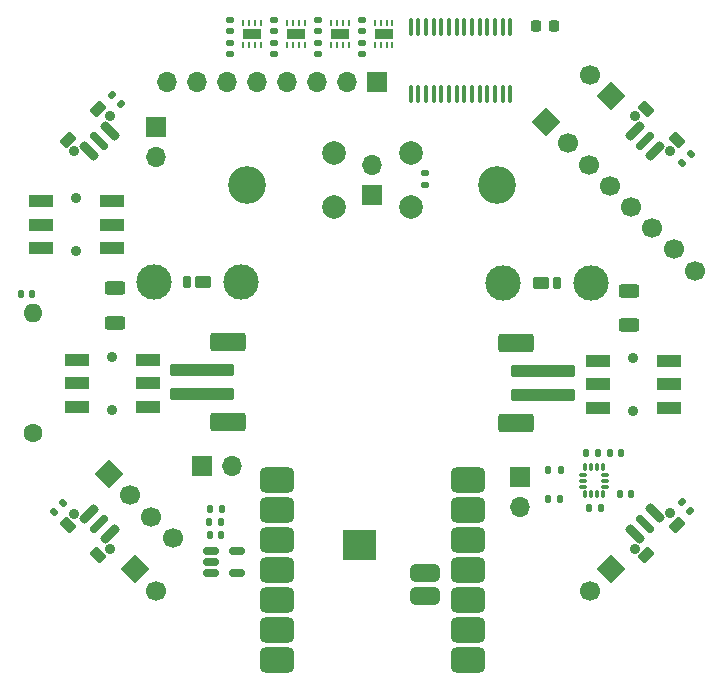
<source format=gts>
G04 #@! TF.GenerationSoftware,KiCad,Pcbnew,7.0.10*
G04 #@! TF.CreationDate,2024-07-17T21:57:28-05:00*
G04 #@! TF.ProjectId,Swarm Robot,53776172-6d20-4526-9f62-6f742e6b6963,rev?*
G04 #@! TF.SameCoordinates,Original*
G04 #@! TF.FileFunction,Soldermask,Top*
G04 #@! TF.FilePolarity,Negative*
%FSLAX46Y46*%
G04 Gerber Fmt 4.6, Leading zero omitted, Abs format (unit mm)*
G04 Created by KiCad (PCBNEW 7.0.10) date 2024-07-17 21:57:28*
%MOMM*%
%LPD*%
G01*
G04 APERTURE LIST*
G04 Aperture macros list*
%AMRoundRect*
0 Rectangle with rounded corners*
0 $1 Rounding radius*
0 $2 $3 $4 $5 $6 $7 $8 $9 X,Y pos of 4 corners*
0 Add a 4 corners polygon primitive as box body*
4,1,4,$2,$3,$4,$5,$6,$7,$8,$9,$2,$3,0*
0 Add four circle primitives for the rounded corners*
1,1,$1+$1,$2,$3*
1,1,$1+$1,$4,$5*
1,1,$1+$1,$6,$7*
1,1,$1+$1,$8,$9*
0 Add four rect primitives between the rounded corners*
20,1,$1+$1,$2,$3,$4,$5,0*
20,1,$1+$1,$4,$5,$6,$7,0*
20,1,$1+$1,$6,$7,$8,$9,0*
20,1,$1+$1,$8,$9,$2,$3,0*%
%AMHorizOval*
0 Thick line with rounded ends*
0 $1 width*
0 $2 $3 position (X,Y) of the first rounded end (center of the circle)*
0 $4 $5 position (X,Y) of the second rounded end (center of the circle)*
0 Add line between two ends*
20,1,$1,$2,$3,$4,$5,0*
0 Add two circle primitives to create the rounded ends*
1,1,$1,$2,$3*
1,1,$1,$4,$5*%
%AMRotRect*
0 Rectangle, with rotation*
0 The origin of the aperture is its center*
0 $1 length*
0 $2 width*
0 $3 Rotation angle, in degrees counterclockwise*
0 Add horizontal line*
21,1,$1,$2,0,0,$3*%
G04 Aperture macros list end*
%ADD10C,3.200000*%
%ADD11RoundRect,0.150000X-0.636396X-0.424264X-0.424264X-0.636396X0.636396X0.424264X0.424264X0.636396X0*%
%ADD12RoundRect,0.187500X-0.636396X-0.371231X-0.371231X-0.636396X0.636396X0.371231X0.371231X0.636396X0*%
%ADD13C,0.900000*%
%ADD14RoundRect,0.225000X-0.459619X0.141421X0.141421X-0.459619X0.459619X-0.141421X-0.141421X0.459619X0*%
%ADD15C,2.000000*%
%ADD16RoundRect,0.150000X0.424264X-0.636396X0.636396X-0.424264X-0.424264X0.636396X-0.636396X0.424264X0*%
%ADD17RoundRect,0.187500X0.371231X-0.636396X0.636396X-0.371231X-0.371231X0.636396X-0.636396X0.371231X0*%
%ADD18RoundRect,0.225000X-0.141421X-0.459619X0.459619X0.141421X0.141421X0.459619X-0.459619X-0.141421X0*%
%ADD19R,2.000000X1.000000*%
%ADD20RoundRect,0.087500X0.087500X-0.225000X0.087500X0.225000X-0.087500X0.225000X-0.087500X-0.225000X0*%
%ADD21RoundRect,0.087500X0.225000X-0.087500X0.225000X0.087500X-0.225000X0.087500X-0.225000X-0.087500X0*%
%ADD22RoundRect,0.100000X-0.100000X0.637500X-0.100000X-0.637500X0.100000X-0.637500X0.100000X0.637500X0*%
%ADD23RoundRect,0.375000X0.875000X0.375000X-0.875000X0.375000X-0.875000X-0.375000X0.875000X-0.375000X0*%
%ADD24RoundRect,0.368300X-0.876300X0.368300X-0.876300X-0.368300X0.876300X-0.368300X0.876300X0.368300X0*%
%ADD25RoundRect,0.550800X0.925800X0.550800X-0.925800X0.550800X-0.925800X-0.550800X0.925800X-0.550800X0*%
%ADD26RoundRect,0.135000X0.135000X0.185000X-0.135000X0.185000X-0.135000X-0.185000X0.135000X-0.185000X0*%
%ADD27RoundRect,0.135000X-0.135000X-0.185000X0.135000X-0.185000X0.135000X0.185000X-0.135000X0.185000X0*%
%ADD28RoundRect,0.135000X0.185000X-0.135000X0.185000X0.135000X-0.185000X0.135000X-0.185000X-0.135000X0*%
%ADD29RoundRect,0.135000X-0.226274X-0.035355X-0.035355X-0.226274X0.226274X0.035355X0.035355X0.226274X0*%
%ADD30RoundRect,0.135000X-0.035355X0.226274X-0.226274X0.035355X0.035355X-0.226274X0.226274X-0.035355X0*%
%ADD31RoundRect,0.135000X0.226274X0.035355X0.035355X0.226274X-0.226274X-0.035355X-0.035355X-0.226274X0*%
%ADD32RoundRect,0.135000X0.035355X-0.226274X0.226274X-0.035355X-0.035355X0.226274X-0.226274X0.035355X0*%
%ADD33R,1.700000X1.700000*%
%ADD34O,1.700000X1.700000*%
%ADD35RotRect,1.700000X1.700000X45.000000*%
%ADD36HorizOval,1.700000X0.000000X0.000000X0.000000X0.000000X0*%
%ADD37RoundRect,0.140000X-0.140000X-0.170000X0.140000X-0.170000X0.140000X0.170000X-0.140000X0.170000X0*%
%ADD38RoundRect,0.225000X-0.225000X-0.250000X0.225000X-0.250000X0.225000X0.250000X-0.225000X0.250000X0*%
%ADD39RoundRect,0.140000X-0.170000X0.140000X-0.170000X-0.140000X0.170000X-0.140000X0.170000X0.140000X0*%
%ADD40RoundRect,0.140000X0.140000X0.170000X-0.140000X0.170000X-0.140000X-0.170000X0.140000X-0.170000X0*%
%ADD41RoundRect,0.140000X0.170000X-0.140000X0.170000X0.140000X-0.170000X0.140000X-0.170000X-0.140000X0*%
%ADD42RotRect,1.700000X1.700000X225.000000*%
%ADD43HorizOval,1.700000X0.000000X0.000000X0.000000X0.000000X0*%
%ADD44RoundRect,0.150000X0.636396X0.424264X0.424264X0.636396X-0.636396X-0.424264X-0.424264X-0.636396X0*%
%ADD45RoundRect,0.187500X0.636396X0.371231X0.371231X0.636396X-0.636396X-0.371231X-0.371231X-0.636396X0*%
%ADD46RoundRect,0.225000X0.459619X-0.141421X-0.141421X0.459619X-0.459619X0.141421X0.141421X-0.459619X0*%
%ADD47RoundRect,0.160000X-0.160000X-0.360000X0.160000X-0.360000X0.160000X0.360000X-0.160000X0.360000X0*%
%ADD48RoundRect,0.260000X-0.440000X-0.260000X0.440000X-0.260000X0.440000X0.260000X-0.440000X0.260000X0*%
%ADD49C,3.000000*%
%ADD50RoundRect,0.150000X-0.424264X0.636396X-0.636396X0.424264X0.424264X-0.636396X0.636396X-0.424264X0*%
%ADD51RoundRect,0.187500X-0.371231X0.636396X-0.636396X0.371231X0.371231X-0.636396X0.636396X-0.371231X0*%
%ADD52RoundRect,0.225000X0.141421X0.459619X-0.459619X-0.141421X-0.141421X-0.459619X0.459619X0.141421X0*%
%ADD53RotRect,1.700000X1.700000X315.000000*%
%ADD54HorizOval,1.700000X0.000000X0.000000X0.000000X0.000000X0*%
%ADD55R,1.600000X0.900000*%
%ADD56R,0.250000X0.500000*%
%ADD57RoundRect,0.250000X-0.625000X0.312500X-0.625000X-0.312500X0.625000X-0.312500X0.625000X0.312500X0*%
%ADD58RoundRect,0.150000X-0.512500X-0.150000X0.512500X-0.150000X0.512500X0.150000X-0.512500X0.150000X0*%
%ADD59RoundRect,0.160000X0.160000X0.360000X-0.160000X0.360000X-0.160000X-0.360000X0.160000X-0.360000X0*%
%ADD60RoundRect,0.260000X0.440000X0.260000X-0.440000X0.260000X-0.440000X-0.260000X0.440000X-0.260000X0*%
%ADD61RoundRect,0.250000X-2.500000X0.250000X-2.500000X-0.250000X2.500000X-0.250000X2.500000X0.250000X0*%
%ADD62RoundRect,0.250000X-1.250000X0.550000X-1.250000X-0.550000X1.250000X-0.550000X1.250000X0.550000X0*%
%ADD63C,1.600000*%
%ADD64O,1.600000X1.600000*%
%ADD65RoundRect,0.250000X2.500000X-0.250000X2.500000X0.250000X-2.500000X0.250000X-2.500000X-0.250000X0*%
%ADD66RoundRect,0.250000X1.250000X-0.550000X1.250000X0.550000X-1.250000X0.550000X-1.250000X-0.550000X0*%
G04 APERTURE END LIST*
G36*
X150281000Y-119247750D02*
G01*
X147531000Y-119247750D01*
X147531000Y-116747750D01*
X150281000Y-116747750D01*
X150281000Y-119247750D01*
G37*
D10*
X160580000Y-87500000D03*
X139430000Y-87500000D03*
D11*
X126888785Y-116203515D03*
D12*
X127754991Y-117069721D03*
X126022579Y-115337309D03*
D13*
X127754991Y-118342513D03*
D14*
X126818074Y-118890521D03*
X124201779Y-116274226D03*
D13*
X124749787Y-115337309D03*
D15*
X146750000Y-84850000D03*
X153250000Y-84850000D03*
X146750000Y-89350000D03*
X153250000Y-89350000D03*
D16*
X173111215Y-116200215D03*
D17*
X173977421Y-115334009D03*
X172245009Y-117066421D03*
D13*
X175250213Y-115334009D03*
D18*
X175798221Y-116270926D03*
X173181926Y-118887221D03*
D13*
X172245009Y-118339213D03*
D19*
X175100000Y-102400000D03*
X175100000Y-104400000D03*
X175100000Y-106400000D03*
X169100000Y-102400000D03*
X169100000Y-104400000D03*
X169100000Y-106400000D03*
D13*
X172100000Y-102150000D03*
X172100000Y-106650000D03*
D20*
X168040000Y-113720000D03*
X168540000Y-113720000D03*
X169040000Y-113720000D03*
X169540000Y-113720000D03*
D21*
X169702500Y-113057500D03*
X169702500Y-112557500D03*
X169702500Y-112057500D03*
D20*
X169540000Y-111395000D03*
X169040000Y-111395000D03*
X168540000Y-111395000D03*
X168040000Y-111395000D03*
D21*
X167877500Y-112057500D03*
X167877500Y-112557500D03*
X167877500Y-113057500D03*
D22*
X161691250Y-79848750D03*
X161041250Y-79848750D03*
X160391250Y-79848750D03*
X159741250Y-79848750D03*
X159091250Y-79848750D03*
X158441250Y-79848750D03*
X157791250Y-79848750D03*
X157141250Y-79848750D03*
X156491250Y-79848750D03*
X155841250Y-79848750D03*
X155191250Y-79848750D03*
X154541250Y-79848750D03*
X153891250Y-79848750D03*
X153241250Y-79848750D03*
X153241250Y-74123750D03*
X153891250Y-74123750D03*
X154541250Y-74123750D03*
X155191250Y-74123750D03*
X155841250Y-74123750D03*
X156491250Y-74123750D03*
X157141250Y-74123750D03*
X157791250Y-74123750D03*
X158441250Y-74123750D03*
X159091250Y-74123750D03*
X159741250Y-74123750D03*
X160391250Y-74123750D03*
X161041250Y-74123750D03*
X161691250Y-74123750D03*
D23*
X154471000Y-122282750D03*
D24*
X154471000Y-122282750D03*
D23*
X154471000Y-120377750D03*
D24*
X154471000Y-120377750D03*
D25*
X141916000Y-127702750D03*
X141916000Y-125162750D03*
X141916000Y-122622750D03*
X141916000Y-120082750D03*
X141916000Y-117542750D03*
X141916000Y-115002750D03*
X141916000Y-112462750D03*
X158081000Y-112462750D03*
X158081000Y-115002750D03*
X158081000Y-117542750D03*
X158081000Y-120082750D03*
X158081000Y-122622750D03*
X158081000Y-125162750D03*
X158081000Y-127702750D03*
D23*
X148916000Y-118032750D03*
D26*
X169090001Y-110220000D03*
X168070001Y-110220000D03*
X169350000Y-114880000D03*
X168330000Y-114880000D03*
D27*
X164920000Y-111610000D03*
X165940000Y-111610000D03*
X164900000Y-114070000D03*
X165920000Y-114070000D03*
X136259999Y-114920000D03*
X137279999Y-114920000D03*
D26*
X137230000Y-116020000D03*
X136210000Y-116020000D03*
D28*
X154480000Y-87550001D03*
X154480000Y-86530001D03*
D29*
X176210000Y-114360000D03*
X176931248Y-115081248D03*
D30*
X123791248Y-114448752D03*
X123070000Y-115170000D03*
D31*
X128690624Y-80660624D03*
X127969376Y-79939376D03*
D32*
X176249376Y-85650624D03*
X176970624Y-84929376D03*
D33*
X150400000Y-78840000D03*
D34*
X147860000Y-78840000D03*
X145320000Y-78840000D03*
X142780000Y-78840000D03*
X140240000Y-78840000D03*
X137700000Y-78840000D03*
X135160000Y-78840000D03*
X132620000Y-78840000D03*
D33*
X162530000Y-112275000D03*
D34*
X162530000Y-114815000D03*
D35*
X164747898Y-82197898D03*
D36*
X166543949Y-83993949D03*
X168340000Y-85790000D03*
X170136052Y-87586052D03*
X171932103Y-89382103D03*
X173728154Y-91178154D03*
X175524205Y-92974205D03*
X177320257Y-94770257D03*
X133101148Y-117401148D03*
X131305096Y-115605096D03*
X129509045Y-113809045D03*
D35*
X127712994Y-112012994D03*
D37*
X170940000Y-113660000D03*
X171900000Y-113660000D03*
X170140000Y-110230000D03*
X171100000Y-110230000D03*
D38*
X165410000Y-74070000D03*
X163860000Y-74070000D03*
D37*
X120220000Y-96720000D03*
X121180000Y-96720000D03*
D39*
X137981250Y-73543750D03*
X137981250Y-74503750D03*
D40*
X137220000Y-117120000D03*
X136260000Y-117120000D03*
D41*
X137981250Y-76453750D03*
X137981250Y-75493750D03*
D39*
X141691250Y-73543750D03*
X141691250Y-74503750D03*
D41*
X141691250Y-76453750D03*
X141691250Y-75493750D03*
D39*
X149100000Y-73540000D03*
X149100000Y-74500000D03*
X145390000Y-73530000D03*
X145390000Y-74490000D03*
D41*
X149100000Y-76470000D03*
X149100000Y-75510000D03*
X145390000Y-76430000D03*
X145390000Y-75470000D03*
D19*
X127930000Y-88880000D03*
X127930000Y-90880000D03*
X127930000Y-92880000D03*
X121930000Y-88880000D03*
X121930000Y-90880000D03*
X121930000Y-92880000D03*
D13*
X124930000Y-88630000D03*
X124930000Y-93130000D03*
D42*
X170246051Y-79966051D03*
D43*
X168450000Y-78170000D03*
D44*
X173103604Y-83799396D03*
D45*
X172237398Y-82933190D03*
X173969810Y-84665602D03*
D13*
X172237398Y-81660398D03*
D46*
X173174315Y-81112390D03*
X175790610Y-83728685D03*
D13*
X175242602Y-84665602D03*
D47*
X134320000Y-95700000D03*
D48*
X135700000Y-95700000D03*
D49*
X138900000Y-95700000D03*
X131500000Y-95700000D03*
D35*
X129873949Y-120073949D03*
D36*
X131670000Y-121870000D03*
D33*
X131730000Y-82600000D03*
D34*
X131730000Y-85140000D03*
D50*
X126888785Y-83799785D03*
D51*
X126022579Y-84665991D03*
X127754991Y-82933579D03*
D13*
X124749787Y-84665991D03*
D52*
X124201779Y-83729074D03*
X126818074Y-81112779D03*
D13*
X127754991Y-81660787D03*
D53*
X170210000Y-120060000D03*
D54*
X168413949Y-121856051D03*
D55*
X147241250Y-74713750D03*
D56*
X146491250Y-73763750D03*
X146991250Y-73763750D03*
X147491250Y-73763750D03*
X147991250Y-73763750D03*
X147991250Y-75663750D03*
X147491250Y-75663750D03*
X146991250Y-75663750D03*
X146491250Y-75663750D03*
D57*
X171720000Y-96485000D03*
X171720000Y-99410000D03*
D33*
X135550000Y-111350000D03*
D34*
X138090000Y-111350000D03*
D55*
X143551250Y-74713750D03*
D56*
X142801250Y-73763750D03*
X143301250Y-73763750D03*
X143801250Y-73763750D03*
X144301250Y-73763750D03*
X144301250Y-75663750D03*
X143801250Y-75663750D03*
X143301250Y-75663750D03*
X142801250Y-75663750D03*
D19*
X131000000Y-102300000D03*
X131000000Y-104300000D03*
X131000000Y-106300000D03*
X125000000Y-102300000D03*
X125000000Y-104300000D03*
X125000000Y-106300000D03*
D13*
X128000000Y-102050000D03*
X128000000Y-106550000D03*
D58*
X136312500Y-118490000D03*
X136312500Y-119440000D03*
X136312500Y-120390000D03*
X138587500Y-120390000D03*
X138587500Y-118490000D03*
D55*
X139811250Y-74713750D03*
D56*
X139061250Y-73763750D03*
X139561250Y-73763750D03*
X140061250Y-73763750D03*
X140561250Y-73763750D03*
X140561250Y-75663750D03*
X140061250Y-75663750D03*
X139561250Y-75663750D03*
X139061250Y-75663750D03*
D59*
X165680000Y-95800000D03*
D60*
X164300000Y-95800000D03*
D49*
X161100000Y-95800000D03*
X168500000Y-95800000D03*
D61*
X135550000Y-105225000D03*
X135550000Y-103225000D03*
D62*
X137800000Y-107625000D03*
X137800000Y-100825000D03*
D63*
X121270000Y-108560000D03*
D64*
X121270000Y-98400000D03*
D33*
X150000000Y-88375000D03*
D34*
X150000000Y-85835000D03*
D65*
X164450000Y-103300000D03*
X164450000Y-105300000D03*
D66*
X162200000Y-100900000D03*
X162200000Y-107700000D03*
D57*
X128200000Y-96267500D03*
X128200000Y-99192500D03*
D55*
X150961250Y-74723750D03*
D56*
X150211250Y-73773750D03*
X150711250Y-73773750D03*
X151211250Y-73773750D03*
X151711250Y-73773750D03*
X151711250Y-75673750D03*
X151211250Y-75673750D03*
X150711250Y-75673750D03*
X150211250Y-75673750D03*
M02*

</source>
